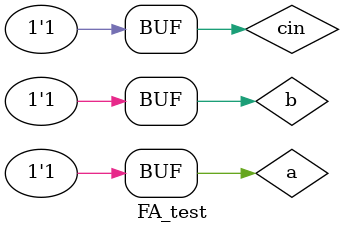
<source format=v>
module full_adder (
    sum, cout, input1, input2, cin
);

    input input1, input2, cin;
    output sum, cout;

    //SUM = A XOR B XOR CIn
    wire s1, c2, c1;

    xor G1 (s1, input1, input2), G2 (sum, s1, cin), G3 (cout, c2, c1);

    //COUT = A XOR B AND CIN XOR A AND B
    and G4 (c1, input1, input2), G5 (c2, s1, cin);

endmodule

module FA_test;

    reg a, b, cin;
    wire sum, cout;

    full_adder FA (sum, cout, a, b, cin);
    
    initial
    begin
        $monitor($time, "A = %d, B = %d, CIN=  %d, SUM = %d, COUT = %d\n",a, b, cin, sum, cout);

        #5 a = 1'b0; b = 1'b1; cin = 1'b0;
        #5 a = 1'b1; b = 1'b1; cin = 1'b1; 

    end

endmodule
</source>
